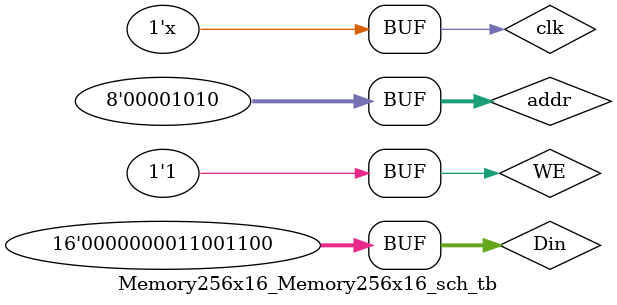
<source format=v>

`timescale 1ns / 1ps

module Memory256x16_Memory256x16_sch_tb();

// Inputs
   reg clk;
   reg [7:0] addr;
   reg [15:0] Din;
   reg WE;

// Output
   wire [15:0] Dout;
// Bidirs
// Instantiate the UUT
   Memory256x16 UUT (
		.clk(clk), 
		.addr(addr), 
		.Din(Din), 
		.WE(WE), 
		.Dout(Dout)
   );
// Initialize Inputs
	
	initial begin
		clk = 0;
		Din = 0;
		WE  = 0;
		addr= 0;
		#10 WE = 1'b1;
		#10 addr=16'h1000;Din=8'hAA;
		#10 addr=16'h0001;Din=8'h00;
		#10 addr=16'h1001;Din=8'hBB;
		#10 addr=16'h0010;Din=8'h11;
		#10 addr=16'h1010;Din=8'hCC;
		#10 addr=16'b1000;
		#10 addr=16'b0001;
		#10 addr=16'b1001;
		#10 addr=16'b0010;
		#10 addr=16'b1010;
	end
	always #5 clk = ~clk;
endmodule

</source>
